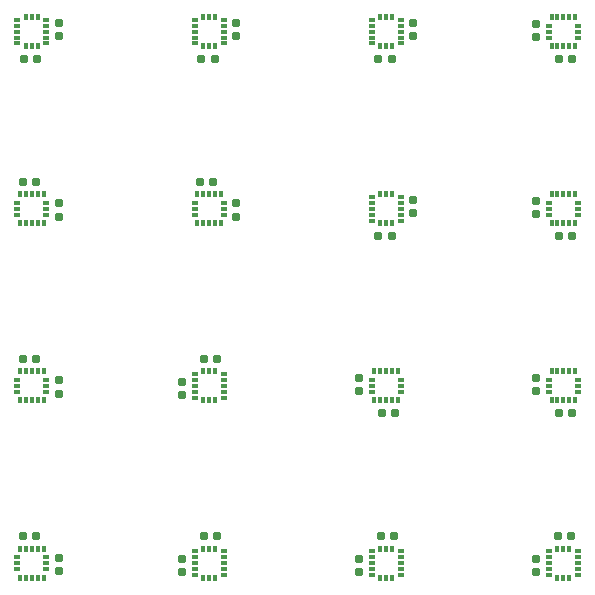
<source format=gbr>
%TF.GenerationSoftware,KiCad,Pcbnew,7.0.7-7.0.7~ubuntu22.04.1*%
%TF.CreationDate,2023-08-15T12:12:05+01:00*%
%TF.ProjectId,LIS3DH_array,4c495333-4448-45f6-9172-7261792e6b69,rev?*%
%TF.SameCoordinates,Original*%
%TF.FileFunction,Paste,Top*%
%TF.FilePolarity,Positive*%
%FSLAX46Y46*%
G04 Gerber Fmt 4.6, Leading zero omitted, Abs format (unit mm)*
G04 Created by KiCad (PCBNEW 7.0.7-7.0.7~ubuntu22.04.1) date 2023-08-15 12:12:05*
%MOMM*%
%LPD*%
G01*
G04 APERTURE LIST*
G04 Aperture macros list*
%AMRoundRect*
0 Rectangle with rounded corners*
0 $1 Rounding radius*
0 $2 $3 $4 $5 $6 $7 $8 $9 X,Y pos of 4 corners*
0 Add a 4 corners polygon primitive as box body*
4,1,4,$2,$3,$4,$5,$6,$7,$8,$9,$2,$3,0*
0 Add four circle primitives for the rounded corners*
1,1,$1+$1,$2,$3*
1,1,$1+$1,$4,$5*
1,1,$1+$1,$6,$7*
1,1,$1+$1,$8,$9*
0 Add four rect primitives between the rounded corners*
20,1,$1+$1,$2,$3,$4,$5,0*
20,1,$1+$1,$4,$5,$6,$7,0*
20,1,$1+$1,$6,$7,$8,$9,0*
20,1,$1+$1,$8,$9,$2,$3,0*%
G04 Aperture macros list end*
%ADD10RoundRect,0.087500X0.187500X0.087500X-0.187500X0.087500X-0.187500X-0.087500X0.187500X-0.087500X0*%
%ADD11RoundRect,0.087500X0.087500X0.187500X-0.087500X0.187500X-0.087500X-0.187500X0.087500X-0.187500X0*%
%ADD12RoundRect,0.155000X-0.155000X0.212500X-0.155000X-0.212500X0.155000X-0.212500X0.155000X0.212500X0*%
%ADD13RoundRect,0.155000X0.212500X0.155000X-0.212500X0.155000X-0.212500X-0.155000X0.212500X-0.155000X0*%
%ADD14RoundRect,0.087500X-0.187500X-0.087500X0.187500X-0.087500X0.187500X0.087500X-0.187500X0.087500X0*%
%ADD15RoundRect,0.087500X-0.087500X-0.187500X0.087500X-0.187500X0.087500X0.187500X-0.087500X0.187500X0*%
%ADD16RoundRect,0.087500X-0.087500X0.187500X-0.087500X-0.187500X0.087500X-0.187500X0.087500X0.187500X0*%
%ADD17RoundRect,0.087500X-0.187500X0.087500X-0.187500X-0.087500X0.187500X-0.087500X0.187500X0.087500X0*%
%ADD18RoundRect,0.087500X0.087500X-0.187500X0.087500X0.187500X-0.087500X0.187500X-0.087500X-0.187500X0*%
%ADD19RoundRect,0.087500X0.187500X-0.087500X0.187500X0.087500X-0.187500X0.087500X-0.187500X-0.087500X0*%
%ADD20RoundRect,0.155000X0.155000X-0.212500X0.155000X0.212500X-0.155000X0.212500X-0.155000X-0.212500X0*%
%ADD21RoundRect,0.155000X-0.212500X-0.155000X0.212500X-0.155000X0.212500X0.155000X-0.212500X0.155000X0*%
G04 APERTURE END LIST*
D10*
%TO.C,U7*%
X131225000Y-96000000D03*
X131225000Y-95500000D03*
X131225000Y-95000000D03*
X131225000Y-94500000D03*
X131225000Y-94000000D03*
D11*
X130500000Y-93775000D03*
X130000000Y-93775000D03*
X129500000Y-93775000D03*
D10*
X128775000Y-94000000D03*
X128775000Y-94500000D03*
X128775000Y-95000000D03*
X128775000Y-95500000D03*
X128775000Y-96000000D03*
D11*
X129500000Y-96225000D03*
X130000000Y-96225000D03*
X130500000Y-96225000D03*
%TD*%
D12*
%TO.C,C22*%
X127700000Y-109332501D03*
X127700000Y-110467501D03*
%TD*%
%TO.C,C29*%
X127700000Y-124632500D03*
X127700000Y-125767500D03*
%TD*%
D13*
%TO.C,C20*%
X115667499Y-107700000D03*
X114532499Y-107700000D03*
%TD*%
D12*
%TO.C,C31*%
X142700000Y-124632500D03*
X142700000Y-125767500D03*
%TD*%
%TO.C,C27*%
X112700000Y-124632500D03*
X112700000Y-125767500D03*
%TD*%
D14*
%TO.C,U14*%
X113775000Y-124000000D03*
X113775000Y-124500000D03*
X113775000Y-125000000D03*
X113775000Y-125500000D03*
X113775000Y-126000000D03*
D15*
X114500000Y-126225000D03*
X115000000Y-126225000D03*
X115500000Y-126225000D03*
D14*
X116225000Y-126000000D03*
X116225000Y-125500000D03*
X116225000Y-125000000D03*
X116225000Y-124500000D03*
X116225000Y-124000000D03*
D15*
X115500000Y-123775000D03*
X115000000Y-123775000D03*
X114500000Y-123775000D03*
%TD*%
D16*
%TO.C,U13*%
X101000000Y-123775000D03*
X100500000Y-123775000D03*
X100000000Y-123775000D03*
X99500000Y-123775000D03*
X99000000Y-123775000D03*
D17*
X98775000Y-124500000D03*
X98775000Y-125000000D03*
X98775000Y-125500000D03*
D16*
X99000000Y-126225000D03*
X99500000Y-126225000D03*
X100000000Y-126225000D03*
X100500000Y-126225000D03*
X101000000Y-126225000D03*
D17*
X101225000Y-125500000D03*
X101225000Y-125000000D03*
X101225000Y-124500000D03*
%TD*%
D18*
%TO.C,U8*%
X144000000Y-96225000D03*
X144500000Y-96225000D03*
X145000000Y-96225000D03*
X145500000Y-96225000D03*
X146000000Y-96225000D03*
D19*
X146225000Y-95500000D03*
X146225000Y-95000000D03*
X146225000Y-94500000D03*
D18*
X146000000Y-93775000D03*
X145500000Y-93775000D03*
X145000000Y-93775000D03*
X144500000Y-93775000D03*
X144000000Y-93775000D03*
D19*
X143775000Y-94500000D03*
X143775000Y-95000000D03*
X143775000Y-95500000D03*
%TD*%
D14*
%TO.C,U16*%
X143775000Y-124000000D03*
X143775000Y-124500000D03*
X143775000Y-125000000D03*
X143775000Y-125500000D03*
X143775000Y-126000000D03*
D15*
X144500000Y-126225000D03*
X145000000Y-126225000D03*
X145500000Y-126225000D03*
D14*
X146225000Y-126000000D03*
X146225000Y-125500000D03*
X146225000Y-125000000D03*
X146225000Y-124500000D03*
X146225000Y-124000000D03*
D15*
X145500000Y-123775000D03*
X145000000Y-123775000D03*
X144500000Y-123775000D03*
%TD*%
D13*
%TO.C,C32*%
X145667499Y-122700000D03*
X144532499Y-122700000D03*
%TD*%
D20*
%TO.C,C12*%
X117300000Y-95667499D03*
X117300000Y-94532499D03*
%TD*%
D21*
%TO.C,C6*%
X129332500Y-82300000D03*
X130467500Y-82300000D03*
%TD*%
%TO.C,C7*%
X144632500Y-82300000D03*
X145767500Y-82300000D03*
%TD*%
%TO.C,C23*%
X144632500Y-112300000D03*
X145767500Y-112300000D03*
%TD*%
%TO.C,C14*%
X129332500Y-97300000D03*
X130467500Y-97300000D03*
%TD*%
D18*
%TO.C,U11*%
X129000000Y-111225000D03*
X129500000Y-111225000D03*
X130000000Y-111225000D03*
X130500000Y-111225000D03*
X131000000Y-111225000D03*
D19*
X131225000Y-110500000D03*
X131225000Y-110000000D03*
X131225000Y-109500000D03*
D18*
X131000000Y-108775000D03*
X130500000Y-108775000D03*
X130000000Y-108775000D03*
X129500000Y-108775000D03*
X129000000Y-108775000D03*
D19*
X128775000Y-109500000D03*
X128775000Y-110000000D03*
X128775000Y-110500000D03*
%TD*%
D12*
%TO.C,C19*%
X112700000Y-109632500D03*
X112700000Y-110767500D03*
%TD*%
D13*
%TO.C,C11*%
X115367500Y-92700000D03*
X114232500Y-92700000D03*
%TD*%
%TO.C,C28*%
X115667499Y-122700000D03*
X114532499Y-122700000D03*
%TD*%
D10*
%TO.C,U3*%
X131225000Y-81000000D03*
X131225000Y-80500000D03*
X131225000Y-80000000D03*
X131225000Y-79500000D03*
X131225000Y-79000000D03*
D11*
X130500000Y-78775000D03*
X130000000Y-78775000D03*
X129500000Y-78775000D03*
D10*
X128775000Y-79000000D03*
X128775000Y-79500000D03*
X128775000Y-80000000D03*
X128775000Y-80500000D03*
X128775000Y-81000000D03*
D11*
X129500000Y-81225000D03*
X130000000Y-81225000D03*
X130500000Y-81225000D03*
%TD*%
D12*
%TO.C,C8*%
X142700000Y-79332501D03*
X142700000Y-80467501D03*
%TD*%
D20*
%TO.C,C13*%
X132300000Y-95367500D03*
X132300000Y-94232500D03*
%TD*%
D21*
%TO.C,C4*%
X114332500Y-82300000D03*
X115467500Y-82300000D03*
%TD*%
D20*
%TO.C,C1*%
X102300000Y-80367500D03*
X102300000Y-79232500D03*
%TD*%
%TO.C,C3*%
X117300000Y-80367500D03*
X117300000Y-79232500D03*
%TD*%
%TO.C,C5*%
X132300000Y-80367500D03*
X132300000Y-79232500D03*
%TD*%
D16*
%TO.C,U5*%
X101000000Y-93775000D03*
X100500000Y-93775000D03*
X100000000Y-93775000D03*
X99500000Y-93775000D03*
X99000000Y-93775000D03*
D17*
X98775000Y-94500000D03*
X98775000Y-95000000D03*
X98775000Y-95500000D03*
D16*
X99000000Y-96225000D03*
X99500000Y-96225000D03*
X100000000Y-96225000D03*
X100500000Y-96225000D03*
X101000000Y-96225000D03*
D17*
X101225000Y-95500000D03*
X101225000Y-95000000D03*
X101225000Y-94500000D03*
%TD*%
D16*
%TO.C,U6*%
X116000000Y-93775000D03*
X115500000Y-93775000D03*
X115000000Y-93775000D03*
X114500000Y-93775000D03*
X114000000Y-93775000D03*
D17*
X113775000Y-94500000D03*
X113775000Y-95000000D03*
X113775000Y-95500000D03*
D16*
X114000000Y-96225000D03*
X114500000Y-96225000D03*
X115000000Y-96225000D03*
X115500000Y-96225000D03*
X116000000Y-96225000D03*
D17*
X116225000Y-95500000D03*
X116225000Y-95000000D03*
X116225000Y-94500000D03*
%TD*%
D20*
%TO.C,C26*%
X102300000Y-125667499D03*
X102300000Y-124532499D03*
%TD*%
D13*
%TO.C,C25*%
X100367500Y-122700000D03*
X99232500Y-122700000D03*
%TD*%
D20*
%TO.C,C18*%
X102300000Y-110667499D03*
X102300000Y-109532499D03*
%TD*%
D14*
%TO.C,U15*%
X128775000Y-124000000D03*
X128775000Y-124500000D03*
X128775000Y-125000000D03*
X128775000Y-125500000D03*
X128775000Y-126000000D03*
D15*
X129500000Y-126225000D03*
X130000000Y-126225000D03*
X130500000Y-126225000D03*
D14*
X131225000Y-126000000D03*
X131225000Y-125500000D03*
X131225000Y-125000000D03*
X131225000Y-124500000D03*
X131225000Y-124000000D03*
D15*
X130500000Y-123775000D03*
X130000000Y-123775000D03*
X129500000Y-123775000D03*
%TD*%
D18*
%TO.C,U4*%
X144000000Y-81225000D03*
X144500000Y-81225000D03*
X145000000Y-81225000D03*
X145500000Y-81225000D03*
X146000000Y-81225000D03*
D19*
X146225000Y-80500000D03*
X146225000Y-80000000D03*
X146225000Y-79500000D03*
D18*
X146000000Y-78775000D03*
X145500000Y-78775000D03*
X145000000Y-78775000D03*
X144500000Y-78775000D03*
X144000000Y-78775000D03*
D19*
X143775000Y-79500000D03*
X143775000Y-80000000D03*
X143775000Y-80500000D03*
%TD*%
D13*
%TO.C,C17*%
X100367500Y-107700000D03*
X99232500Y-107700000D03*
%TD*%
D10*
%TO.C,U2*%
X116225000Y-81000000D03*
X116225000Y-80500000D03*
X116225000Y-80000000D03*
X116225000Y-79500000D03*
X116225000Y-79000000D03*
D11*
X115500000Y-78775000D03*
X115000000Y-78775000D03*
X114500000Y-78775000D03*
D10*
X113775000Y-79000000D03*
X113775000Y-79500000D03*
X113775000Y-80000000D03*
X113775000Y-80500000D03*
X113775000Y-81000000D03*
D11*
X114500000Y-81225000D03*
X115000000Y-81225000D03*
X115500000Y-81225000D03*
%TD*%
D13*
%TO.C,C9*%
X100367500Y-92700000D03*
X99232500Y-92700000D03*
%TD*%
D18*
%TO.C,U12*%
X144000000Y-111225000D03*
X144500000Y-111225000D03*
X145000000Y-111225000D03*
X145500000Y-111225000D03*
X146000000Y-111225000D03*
D19*
X146225000Y-110500000D03*
X146225000Y-110000000D03*
X146225000Y-109500000D03*
D18*
X146000000Y-108775000D03*
X145500000Y-108775000D03*
X145000000Y-108775000D03*
X144500000Y-108775000D03*
X144000000Y-108775000D03*
D19*
X143775000Y-109500000D03*
X143775000Y-110000000D03*
X143775000Y-110500000D03*
%TD*%
D12*
%TO.C,C24*%
X142700000Y-109332501D03*
X142700000Y-110467501D03*
%TD*%
D14*
%TO.C,U10*%
X113775000Y-109000000D03*
X113775000Y-109500000D03*
X113775000Y-110000000D03*
X113775000Y-110500000D03*
X113775000Y-111000000D03*
D15*
X114500000Y-111225000D03*
X115000000Y-111225000D03*
X115500000Y-111225000D03*
D14*
X116225000Y-111000000D03*
X116225000Y-110500000D03*
X116225000Y-110000000D03*
X116225000Y-109500000D03*
X116225000Y-109000000D03*
D15*
X115500000Y-108775000D03*
X115000000Y-108775000D03*
X114500000Y-108775000D03*
%TD*%
D16*
%TO.C,U9*%
X101000000Y-108775000D03*
X100500000Y-108775000D03*
X100000000Y-108775000D03*
X99500000Y-108775000D03*
X99000000Y-108775000D03*
D17*
X98775000Y-109500000D03*
X98775000Y-110000000D03*
X98775000Y-110500000D03*
D16*
X99000000Y-111225000D03*
X99500000Y-111225000D03*
X100000000Y-111225000D03*
X100500000Y-111225000D03*
X101000000Y-111225000D03*
D17*
X101225000Y-110500000D03*
X101225000Y-110000000D03*
X101225000Y-109500000D03*
%TD*%
D21*
%TO.C,C15*%
X144632500Y-97300000D03*
X145767500Y-97300000D03*
%TD*%
D20*
%TO.C,C10*%
X102300000Y-95667499D03*
X102300000Y-94532499D03*
%TD*%
D21*
%TO.C,C21*%
X129632500Y-112300000D03*
X130767500Y-112300000D03*
%TD*%
D12*
%TO.C,C16*%
X142700000Y-94332501D03*
X142700000Y-95467501D03*
%TD*%
D13*
%TO.C,C30*%
X130667499Y-122700000D03*
X129532499Y-122700000D03*
%TD*%
D21*
%TO.C,C2*%
X99332500Y-82300000D03*
X100467500Y-82300000D03*
%TD*%
D10*
%TO.C,U1*%
X101225000Y-81000000D03*
X101225000Y-80500000D03*
X101225000Y-80000000D03*
X101225000Y-79500000D03*
X101225000Y-79000000D03*
D11*
X100500000Y-78775000D03*
X100000000Y-78775000D03*
X99500000Y-78775000D03*
D10*
X98775000Y-79000000D03*
X98775000Y-79500000D03*
X98775000Y-80000000D03*
X98775000Y-80500000D03*
X98775000Y-81000000D03*
D11*
X99500000Y-81225000D03*
X100000000Y-81225000D03*
X100500000Y-81225000D03*
%TD*%
M02*

</source>
